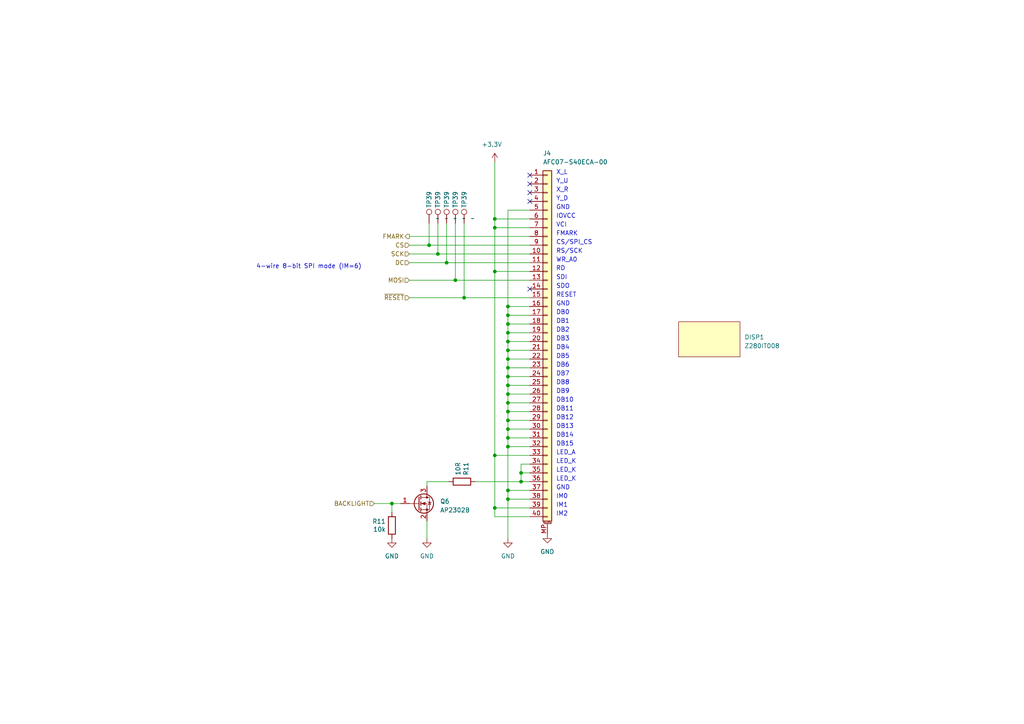
<source format=kicad_sch>
(kicad_sch (version 20230221) (generator eeschema)
  (paper "A4")
  (lib_symbols
    (symbol "Connector:TestPoint" (pin_numbers hide) (pin_names (offset 0.762) hide)
      (property "Reference" "TP" (at 0 6.858 0))
      (property "Value" "TestPoint" (at 0 5.08 0))
      (symbol "TestPoint_0_1"
        (circle (center 0 3.302) (radius 0.762))
      )
      (symbol "TestPoint_1_1"
        (pin passive line (at 0 0 90) (length 2.54) (name "1") (number "1"))
      )
    )
    (symbol "Connector_Generic_MountingPin:Conn_01x40_MountingPin" (pin_names (offset 1.016) hide)
      (property "Reference" "J" (at 0 50.8 0))
      (property "Value" "Conn_01x40_MountingPin" (at 1.27 -53.34 0))
      (symbol "Conn_01x40_MountingPin_1_1"
        (rectangle (start -1.27 -50.673) (end 0 -50.927) (stroke (width 0.1524)))
        (rectangle (start -1.27 -48.133) (end 0 -48.387) (stroke (width 0.1524)))
        (rectangle (start -1.27 -45.593) (end 0 -45.847) (stroke (width 0.1524)))
        (rectangle (start -1.27 -43.053) (end 0 -43.307) (stroke (width 0.1524)))
        (rectangle (start -1.27 -40.513) (end 0 -40.767) (stroke (width 0.1524)))
        (rectangle (start -1.27 -37.973) (end 0 -38.227) (stroke (width 0.1524)))
        (rectangle (start -1.27 -35.433) (end 0 -35.687) (stroke (width 0.1524)))
        (rectangle (start -1.27 -32.893) (end 0 -33.147) (stroke (width 0.1524)))
        (rectangle (start -1.27 -30.353) (end 0 -30.607) (stroke (width 0.1524)))
        (rectangle (start -1.27 -27.813) (end 0 -28.067) (stroke (width 0.1524)))
        (rectangle (start -1.27 -25.273) (end 0 -25.527) (stroke (width 0.1524)))
        (rectangle (start -1.27 -22.733) (end 0 -22.987) (stroke (width 0.1524)))
        (rectangle (start -1.27 -20.193) (end 0 -20.447) (stroke (width 0.1524)))
        (rectangle (start -1.27 -17.653) (end 0 -17.907) (stroke (width 0.1524)))
        (rectangle (start -1.27 -15.113) (end 0 -15.367) (stroke (width 0.1524)))
        (rectangle (start -1.27 -12.573) (end 0 -12.827) (stroke (width 0.1524)))
        (rectangle (start -1.27 -10.033) (end 0 -10.287) (stroke (width 0.1524)))
        (rectangle (start -1.27 -7.493) (end 0 -7.747) (stroke (width 0.1524)))
        (rectangle (start -1.27 -4.953) (end 0 -5.207) (stroke (width 0.1524)))
        (rectangle (start -1.27 -2.413) (end 0 -2.667) (stroke (width 0.1524)))
        (rectangle (start -1.27 0.127) (end 0 -0.127) (stroke (width 0.1524)))
        (rectangle (start -1.27 2.667) (end 0 2.413) (stroke (width 0.1524)))
        (rectangle (start -1.27 5.207) (end 0 4.953) (stroke (width 0.1524)))
        (rectangle (start -1.27 7.747) (end 0 7.493) (stroke (width 0.1524)))
        (rectangle (start -1.27 10.287) (end 0 10.033) (stroke (width 0.1524)))
        (rectangle (start -1.27 12.827) (end 0 12.573) (stroke (width 0.1524)))
        (rectangle (start -1.27 15.367) (end 0 15.113) (stroke (width 0.1524)))
        (rectangle (start -1.27 17.907) (end 0 17.653) (stroke (width 0.1524)))
        (rectangle (start -1.27 20.447) (end 0 20.193) (stroke (width 0.1524)))
        (rectangle (start -1.27 22.987) (end 0 22.733) (stroke (width 0.1524)))
        (rectangle (start -1.27 25.527) (end 0 25.273) (stroke (width 0.1524)))
        (rectangle (start -1.27 28.067) (end 0 27.813) (stroke (width 0.1524)))
        (rectangle (start -1.27 30.607) (end 0 30.353) (stroke (width 0.1524)))
        (rectangle (start -1.27 33.147) (end 0 32.893) (stroke (width 0.1524)))
        (rectangle (start -1.27 35.687) (end 0 35.433) (stroke (width 0.1524)))
        (rectangle (start -1.27 38.227) (end 0 37.973) (stroke (width 0.1524)))
        (rectangle (start -1.27 40.767) (end 0 40.513) (stroke (width 0.1524)))
        (rectangle (start -1.27 43.307) (end 0 43.053) (stroke (width 0.1524)))
        (rectangle (start -1.27 45.847) (end 0 45.593) (stroke (width 0.1524)))
        (rectangle (start -1.27 48.387) (end 0 48.133) (stroke (width 0.1524)))
        (rectangle (start -1.27 49.53) (end 1.27 -52.07) (stroke (width 0.254)) (fill (type background)))
        (polyline (pts (xy -1.016 -52.832) (xy 1.016 -52.832)) (stroke (width 0.1524)))
        (text "Mounting" (at 0 -52.451 0) (effects (font (size 0.381 0.381))))
        (pin passive line (at -5.08 48.26 0) (length 3.81) (name "Pin_1") (number "1"))
        (pin passive line (at -5.08 25.4 0) (length 3.81) (name "Pin_10") (number "10"))
        (pin passive line (at -5.08 22.86 0) (length 3.81) (name "Pin_11") (number "11"))
        (pin passive line (at -5.08 20.32 0) (length 3.81) (name "Pin_12") (number "12"))
        (pin passive line (at -5.08 17.78 0) (length 3.81) (name "Pin_13") (number "13"))
        (pin passive line (at -5.08 15.24 0) (length 3.81) (name "Pin_14") (number "14"))
        (pin passive line (at -5.08 12.7 0) (length 3.81) (name "Pin_15") (number "15"))
        (pin passive line (at -5.08 10.16 0) (length 3.81) (name "Pin_16") (number "16"))
        (pin passive line (at -5.08 7.62 0) (length 3.81) (name "Pin_17") (number "17"))
        (pin passive line (at -5.08 5.08 0) (length 3.81) (name "Pin_18") (number "18"))
        (pin passive line (at -5.08 2.54 0) (length 3.81) (name "Pin_19") (number "19"))
        (pin passive line (at -5.08 45.72 0) (length 3.81) (name "Pin_2") (number "2"))
        (pin passive line (at -5.08 0 0) (length 3.81) (name "Pin_20") (number "20"))
        (pin passive line (at -5.08 -2.54 0) (length 3.81) (name "Pin_21") (number "21"))
        (pin passive line (at -5.08 -5.08 0) (length 3.81) (name "Pin_22") (number "22"))
        (pin passive line (at -5.08 -7.62 0) (length 3.81) (name "Pin_23") (number "23"))
        (pin passive line (at -5.08 -10.16 0) (length 3.81) (name "Pin_24") (number "24"))
        (pin passive line (at -5.08 -12.7 0) (length 3.81) (name "Pin_25") (number "25"))
        (pin passive line (at -5.08 -15.24 0) (length 3.81) (name "Pin_26") (number "26"))
        (pin passive line (at -5.08 -17.78 0) (length 3.81) (name "Pin_27") (number "27"))
        (pin passive line (at -5.08 -20.32 0) (length 3.81) (name "Pin_28") (number "28"))
        (pin passive line (at -5.08 -22.86 0) (length 3.81) (name "Pin_29") (number "29"))
        (pin passive line (at -5.08 43.18 0) (length 3.81) (name "Pin_3") (number "3"))
        (pin passive line (at -5.08 -25.4 0) (length 3.81) (name "Pin_30") (number "30"))
        (pin passive line (at -5.08 -27.94 0) (length 3.81) (name "Pin_31") (number "31"))
        (pin passive line (at -5.08 -30.48 0) (length 3.81) (name "Pin_32") (number "32"))
        (pin passive line (at -5.08 -33.02 0) (length 3.81) (name "Pin_33") (number "33"))
        (pin passive line (at -5.08 -35.56 0) (length 3.81) (name "Pin_34") (number "34"))
        (pin passive line (at -5.08 -38.1 0) (length 3.81) (name "Pin_35") (number "35"))
        (pin passive line (at -5.08 -40.64 0) (length 3.81) (name "Pin_36") (number "36"))
        (pin passive line (at -5.08 -43.18 0) (length 3.81) (name "Pin_37") (number "37"))
        (pin passive line (at -5.08 -45.72 0) (length 3.81) (name "Pin_38") (number "38"))
        (pin passive line (at -5.08 -48.26 0) (length 3.81) (name "Pin_39") (number "39"))
        (pin passive line (at -5.08 40.64 0) (length 3.81) (name "Pin_4") (number "4"))
        (pin passive line (at -5.08 -50.8 0) (length 3.81) (name "Pin_40") (number "40"))
        (pin passive line (at -5.08 38.1 0) (length 3.81) (name "Pin_5") (number "5"))
        (pin passive line (at -5.08 35.56 0) (length 3.81) (name "Pin_6") (number "6"))
        (pin passive line (at -5.08 33.02 0) (length 3.81) (name "Pin_7") (number "7"))
        (pin passive line (at -5.08 30.48 0) (length 3.81) (name "Pin_8") (number "8"))
        (pin passive line (at -5.08 27.94 0) (length 3.81) (name "Pin_9") (number "9"))
        (pin passive line (at 0 -55.88 90) (length 3.048) (name "MountPin") (number "MP"))
      )
    )
    (symbol "Device:Q_NMOS_GSD" (pin_names (offset 0) hide)
      (property "Reference" "Q" (at 5.08 1.27 0))
      (property "Value" "Q_NMOS_GSD" (at 5.08 -1.27 0))
      (symbol "Q_NMOS_GSD_0_1"
        (polyline (pts (xy 0.254 0) (xy -2.54 0)))
        (polyline (pts (xy 0.254 1.905) (xy 0.254 -1.905)) (stroke (width 0.254)))
        (polyline (pts (xy 0.762 -1.27) (xy 0.762 -2.286)) (stroke (width 0.254)))
        (polyline (pts (xy 0.762 0.508) (xy 0.762 -0.508)) (stroke (width 0.254)))
        (polyline (pts (xy 0.762 2.286) (xy 0.762 1.27)) (stroke (width 0.254)))
        (polyline (pts (xy 2.54 2.54) (xy 2.54 1.778)))
        (polyline (pts (xy 2.54 -2.54) (xy 2.54 0) (xy 0.762 0)))
        (polyline (pts (xy 0.762 -1.778) (xy 3.302 -1.778) (xy 3.302 1.778) (xy 0.762 1.778)))
        (polyline (pts (xy 1.016 0) (xy 2.032 0.381) (xy 2.032 -0.381) (xy 1.016 0)) (fill (type outline)))
        (polyline (pts (xy 2.794 0.508) (xy 2.921 0.381) (xy 3.683 0.381) (xy 3.81 0.254)))
        (polyline (pts (xy 3.302 0.381) (xy 2.921 -0.254) (xy 3.683 -0.254) (xy 3.302 0.381)))
        (circle (center 1.651 0) (radius 2.794) (stroke (width 0.254)))
        (circle (center 2.54 -1.778) (radius 0.254) (fill (type outline)))
        (circle (center 2.54 1.778) (radius 0.254) (fill (type outline)))
      )
      (symbol "Q_NMOS_GSD_1_1"
        (pin input line (at -5.08 0 0) (length 2.54) (name "G") (number "1"))
        (pin passive line (at 2.54 -5.08 90) (length 2.54) (name "S") (number "2"))
        (pin passive line (at 2.54 5.08 270) (length 2.54) (name "D") (number "3"))
      )
    )
    (symbol "Device:R" (pin_numbers hide) (pin_names (offset 0))
      (property "Reference" "R" (at 2.032 0 90))
      (property "Value" "R" (at 0 0 90))
      (symbol "R_0_1"
        (rectangle (start -1.016 -2.54) (end 1.016 2.54) (stroke (width 0.254)))
      )
      (symbol "R_1_1"
        (pin passive line (at 0 3.81 270) (length 1.27) (name "~") (number "1"))
        (pin passive line (at 0 -3.81 90) (length 1.27) (name "~") (number "2"))
      )
    )
    (symbol "j_Display:Display_dummy" (pin_names (offset 1.016))
      (property "Reference" "U" (at 0 0 0))
      (property "Value" "Display_dummy" (at 0 0 0))
      (symbol "Display_dummy_0_1"
        (rectangle (start -8.89 5.08) (end 8.89 -5.08) (fill (type background)))
      )
    )
    (symbol "power:+3.3V" (power) (pin_names (offset 0))
      (property "Value" "+3.3V" (at 0 3.556 0))
      (symbol "+3.3V_0_1"
        (polyline (pts (xy -0.762 1.27) (xy 0 2.54)))
        (polyline (pts (xy 0 0) (xy 0 2.54)))
        (polyline (pts (xy 0 2.54) (xy 0.762 1.27)))
      )
      (symbol "+3.3V_1_1"
        (pin power_in line (at 0 0 90) (length 0) hide (name "+3.3V") (number "1"))
      )
    )
    (symbol "power:GND" (power) (pin_names (offset 0))
      (property "Value" "GND" (at 0 -3.81 0))
      (symbol "GND_0_1"
        (polyline (pts (xy 0 0) (xy 0 -1.27) (xy 1.27 -1.27) (xy 0 -2.54) (xy -1.27 -1.27) (xy 0 -1.27)))
      )
      (symbol "GND_1_1"
        (pin power_in line (at 0 0 270) (length 0) hide (name "GND") (number "1"))
      )
    )
  )
  (junction (at 134.62 86.36))
  (junction (at 113.665 146.05))
  (junction (at 147.32 124.46))
  (junction (at 147.32 119.38))
  (junction (at 147.32 111.76))
  (junction (at 147.32 104.14))
  (junction (at 151.13 139.7))
  (junction (at 147.32 121.92))
  (junction (at 147.32 88.9))
  (junction (at 147.32 91.44))
  (junction (at 147.32 127))
  (junction (at 147.32 99.06))
  (junction (at 129.54 76.2))
  (junction (at 147.32 116.84))
  (junction (at 147.32 109.22))
  (junction (at 132.08 81.28))
  (junction (at 143.51 147.32))
  (junction (at 147.32 142.24))
  (junction (at 143.51 63.5))
  (junction (at 147.32 106.68))
  (junction (at 124.46 71.12))
  (junction (at 147.32 144.78))
  (junction (at 151.13 137.16))
  (junction (at 147.32 96.52))
  (junction (at 143.51 132.08))
  (junction (at 127 73.66))
  (junction (at 143.51 78.74))
  (junction (at 147.32 129.54))
  (junction (at 147.32 93.98))
  (junction (at 147.32 101.6))
  (junction (at 147.32 114.3))
  (junction (at 143.51 66.04))
  (no_connect (at 153.67 83.82))
  (no_connect (at 153.67 53.34))
  (no_connect (at 153.67 50.8))
  (no_connect (at 153.67 55.88))
  (no_connect (at 153.67 58.42))
  (wire (pts (xy 147.32 114.3) (xy 153.67 114.3)))
  (wire (pts (xy 147.32 116.84) (xy 147.32 119.38)))
  (wire (pts (xy 147.32 99.06) (xy 147.32 101.6)))
  (wire (pts (xy 147.32 127) (xy 153.67 127)))
  (wire (pts (xy 147.32 104.14) (xy 153.67 104.14)))
  (wire (pts (xy 147.32 111.76) (xy 147.32 114.3)))
  (wire (pts (xy 143.51 46.99) (xy 143.51 63.5)))
  (wire (pts (xy 147.32 114.3) (xy 147.32 116.84)))
  (wire (pts (xy 127 73.66) (xy 153.67 73.66)))
  (wire (pts (xy 147.32 93.98) (xy 147.32 96.52)))
  (wire (pts (xy 147.32 106.68) (xy 153.67 106.68)))
  (wire (pts (xy 134.62 64.77) (xy 134.62 86.36)))
  (wire (pts (xy 147.32 101.6) (xy 147.32 104.14)))
  (wire (pts (xy 132.08 81.28) (xy 153.67 81.28)))
  (wire (pts (xy 151.13 137.16) (xy 151.13 139.7)))
  (wire (pts (xy 123.825 151.13) (xy 123.825 156.21)))
  (wire (pts (xy 147.32 60.96) (xy 147.32 88.9)))
  (wire (pts (xy 143.51 66.04) (xy 143.51 63.5)))
  (wire (pts (xy 118.745 86.36) (xy 134.62 86.36)))
  (wire (pts (xy 129.54 64.77) (xy 129.54 76.2)))
  (wire (pts (xy 151.13 139.7) (xy 137.795 139.7)))
  (wire (pts (xy 147.32 109.22) (xy 147.32 111.76)))
  (wire (pts (xy 118.745 76.2) (xy 129.54 76.2)))
  (wire (pts (xy 113.665 146.05) (xy 116.205 146.05)))
  (wire (pts (xy 134.62 86.36) (xy 153.67 86.36)))
  (wire (pts (xy 147.32 96.52) (xy 147.32 99.06)))
  (wire (pts (xy 151.13 139.7) (xy 153.67 139.7)))
  (wire (pts (xy 151.13 134.62) (xy 151.13 137.16)))
  (wire (pts (xy 143.51 78.74) (xy 143.51 66.04)))
  (wire (pts (xy 143.51 147.32) (xy 143.51 132.08)))
  (wire (pts (xy 124.46 64.77) (xy 124.46 71.12)))
  (wire (pts (xy 123.825 139.7) (xy 123.825 140.97)))
  (wire (pts (xy 147.32 93.98) (xy 153.67 93.98)))
  (wire (pts (xy 143.51 147.32) (xy 153.67 147.32)))
  (wire (pts (xy 113.665 146.05) (xy 113.665 148.59)))
  (wire (pts (xy 151.13 137.16) (xy 153.67 137.16)))
  (wire (pts (xy 147.32 101.6) (xy 153.67 101.6)))
  (wire (pts (xy 147.32 104.14) (xy 147.32 106.68)))
  (wire (pts (xy 129.54 76.2) (xy 153.67 76.2)))
  (wire (pts (xy 108.585 146.05) (xy 113.665 146.05)))
  (wire (pts (xy 153.67 132.08) (xy 143.51 132.08)))
  (wire (pts (xy 143.51 132.08) (xy 143.51 78.74)))
  (wire (pts (xy 118.745 73.66) (xy 127 73.66)))
  (wire (pts (xy 132.08 64.77) (xy 132.08 81.28)))
  (wire (pts (xy 147.32 91.44) (xy 147.32 93.98)))
  (wire (pts (xy 147.32 142.24) (xy 153.67 142.24)))
  (wire (pts (xy 118.745 81.28) (xy 132.08 81.28)))
  (wire (pts (xy 153.67 134.62) (xy 151.13 134.62)))
  (wire (pts (xy 147.32 142.24) (xy 147.32 144.78)))
  (wire (pts (xy 147.32 129.54) (xy 147.32 142.24)))
  (wire (pts (xy 124.46 71.12) (xy 153.67 71.12)))
  (wire (pts (xy 147.32 129.54) (xy 153.67 129.54)))
  (wire (pts (xy 147.32 99.06) (xy 153.67 99.06)))
  (wire (pts (xy 118.745 68.58) (xy 153.67 68.58)))
  (wire (pts (xy 147.32 119.38) (xy 147.32 121.92)))
  (wire (pts (xy 147.32 91.44) (xy 153.67 91.44)))
  (wire (pts (xy 147.32 111.76) (xy 153.67 111.76)))
  (wire (pts (xy 147.32 121.92) (xy 147.32 124.46)))
  (wire (pts (xy 147.32 109.22) (xy 153.67 109.22)))
  (wire (pts (xy 153.67 78.74) (xy 143.51 78.74)))
  (wire (pts (xy 153.67 60.96) (xy 147.32 60.96)))
  (wire (pts (xy 147.32 144.78) (xy 147.32 156.21)))
  (wire (pts (xy 153.67 66.04) (xy 143.51 66.04)))
  (wire (pts (xy 143.51 63.5) (xy 153.67 63.5)))
  (wire (pts (xy 153.67 149.86) (xy 143.51 149.86)))
  (wire (pts (xy 147.32 144.78) (xy 153.67 144.78)))
  (wire (pts (xy 147.32 116.84) (xy 153.67 116.84)))
  (wire (pts (xy 147.32 96.52) (xy 153.67 96.52)))
  (wire (pts (xy 147.32 119.38) (xy 153.67 119.38)))
  (wire (pts (xy 147.32 88.9) (xy 153.67 88.9)))
  (wire (pts (xy 127 64.77) (xy 127 73.66)))
  (wire (pts (xy 147.32 127) (xy 147.32 129.54)))
  (wire (pts (xy 147.32 106.68) (xy 147.32 109.22)))
  (wire (pts (xy 147.32 124.46) (xy 147.32 127)))
  (wire (pts (xy 118.745 71.12) (xy 124.46 71.12)))
  (wire (pts (xy 147.32 124.46) (xy 153.67 124.46)))
  (wire (pts (xy 130.175 139.7) (xy 123.825 139.7)))
  (wire (pts (xy 147.32 121.92) (xy 153.67 121.92)))
  (wire (pts (xy 143.51 149.86) (xy 143.51 147.32)))
  (wire (pts (xy 147.32 88.9) (xy 147.32 91.44)))
  (text "GND" (at 161.29 60.96 0) (effects (font (size 1.27 1.27)) (justify left bottom)))
  (text "RESET" (at 161.29 86.36 0) (effects (font (size 1.27 1.27)) (justify left bottom)))
  (text "LED_A" (at 161.29 132.08 0) (effects (font (size 1.27 1.27)) (justify left bottom)))
  (text "X_R" (at 161.29 55.88 0) (effects (font (size 1.27 1.27)) (justify left bottom)))
  (text "DB12" (at 161.29 121.92 0) (effects (font (size 1.27 1.27)) (justify left bottom)))
  (text "IM1" (at 161.29 147.32 0) (effects (font (size 1.27 1.27)) (justify left bottom)))
  (text "SDO" (at 161.29 83.82 0) (effects (font (size 1.27 1.27)) (justify left bottom)))
  (text "DB2" (at 161.29 96.52 0) (effects (font (size 1.27 1.27)) (justify left bottom)))
  (text "IM0" (at 161.29 144.78 0) (effects (font (size 1.27 1.27)) (justify left bottom)))
  (text "DB14" (at 161.29 127 0) (effects (font (size 1.27 1.27)) (justify left bottom)))
  (text "DB5" (at 161.29 104.14 0) (effects (font (size 1.27 1.27)) (justify left bottom)))
  (text "GND" (at 161.29 142.24 0) (effects (font (size 1.27 1.27)) (justify left bottom)))
  (text "DB7" (at 161.29 109.22 0) (effects (font (size 1.27 1.27)) (justify left bottom)))
  (text "DB6" (at 161.29 106.68 0) (effects (font (size 1.27 1.27)) (justify left bottom)))
  (text "4-wire 8-bit SPI mode (IM=6)\n" (at 74.295 78.105 0) (effects (font (size 1.27 1.27)) (justify left bottom)))
  (text "DB1" (at 161.29 93.98 0) (effects (font (size 1.27 1.27)) (justify left bottom)))
  (text "LED_K" (at 161.29 139.7 0) (effects (font (size 1.27 1.27)) (justify left bottom)))
  (text "DB11" (at 161.29 119.38 0) (effects (font (size 1.27 1.27)) (justify left bottom)))
  (text "SDI" (at 161.29 81.28 0) (effects (font (size 1.27 1.27)) (justify left bottom)))
  (text "GND" (at 161.29 88.9 0) (effects (font (size 1.27 1.27)) (justify left bottom)))
  (text "DB15" (at 161.29 129.54 0) (effects (font (size 1.27 1.27)) (justify left bottom)))
  (text "DB8" (at 161.29 111.76 0) (effects (font (size 1.27 1.27)) (justify left bottom)))
  (text "RD" (at 161.2511 78.6778 0) (effects (font (size 1.27 1.27)) (justify left bottom)))
  (text "DB3" (at 161.29 99.06 0) (effects (font (size 1.27 1.27)) (justify left bottom)))
  (text "DB9" (at 161.29 114.3 0) (effects (font (size 1.27 1.27)) (justify left bottom)))
  (text "DB0" (at 161.29 91.44 0) (effects (font (size 1.27 1.27)) (justify left bottom)))
  (text "IOVCC" (at 161.29 63.5 0) (effects (font (size 1.27 1.27)) (justify left bottom)))
  (text "CS/SPI_CS" (at 161.29 71.12 0) (effects (font (size 1.27 1.27)) (justify left bottom)))
  (text "VCI" (at 161.29 66.04 0) (effects (font (size 1.27 1.27)) (justify left bottom)))
  (text "DB10" (at 161.29 116.84 0) (effects (font (size 1.27 1.27)) (justify left bottom)))
  (text "FMARK" (at 161.29 68.58 0) (effects (font (size 1.27 1.27)) (justify left bottom)))
  (text "Y_U" (at 161.29 53.34 0) (effects (font (size 1.27 1.27)) (justify left bottom)))
  (text "WR_A0" (at 161.29 76.2 0) (effects (font (size 1.27 1.27)) (justify left bottom)))
  (text "RS/SCK" (at 161.29 73.66 0) (effects (font (size 1.27 1.27)) (justify left bottom)))
  (text "DB4" (at 161.29 101.6 0) (effects (font (size 1.27 1.27)) (justify left bottom)))
  (text "IM2" (at 161.29 149.86 0) (effects (font (size 1.27 1.27)) (justify left bottom)))
  (text "LED_K" (at 161.29 137.16 0) (effects (font (size 1.27 1.27)) (justify left bottom)))
  (text "Y_D" (at 161.29 58.42 0) (effects (font (size 1.27 1.27)) (justify left bottom)))
  (text "X_L" (at 161.29 50.8 0) (effects (font (size 1.27 1.27)) (justify left bottom)))
  (text "LED_K" (at 161.29 134.62 0) (effects (font (size 1.27 1.27)) (justify left bottom)))
  (text "DB13" (at 161.29 124.46 0) (effects (font (size 1.27 1.27)) (justify left bottom)))
  (hierarchical_label "BACKLIGHT" (shape input) (at 108.585 146.05 180))
  (hierarchical_label "FMARK" (shape output) (at 118.745 68.58 180))
  (hierarchical_label "SCK" (shape input) (at 118.745 73.66 180))
  (hierarchical_label "DC" (shape input) (at 118.745 76.2 180))
  (hierarchical_label "CS" (shape input) (at 118.745 71.12 180))
  (hierarchical_label "MOSI" (shape input) (at 118.745 81.28 180))
  (hierarchical_label "~{RESET}" (shape input) (at 118.745 86.36 180))
  (symbol (lib_id "power:GND") (at 147.32 156.21 0) (unit 1)
    (property "Reference" "#PWR043" (effects hide))
    (property "Value" "GND" (at 147.32 161.29 0))
  )
  (symbol (lib_id "Device:R") (at 113.665 152.4 0) (mirror y) (unit 1)
    (property "Reference" "R11" (at 111.887 151.2316 0) (effects (justify left)))
    (property "Value" "10k" (at 111.887 153.543 0) (effects (justify left)))
    (property "Footprint" "Resistor_SMD:R_0402_1005Metric" (effects hide))
    (instances (project "tr23-badge-r2" (path "" (reference "R11") (unit 1)) (path "" (reference "R20") (unit 1))))
  )
  (symbol (lib_id "Device:Q_NMOS_GSD") (at 121.285 146.05 0) (unit 1)
    (property "Reference" "Q6" (at 127.635 145.415 0) (effects (justify left)))
    (property "Value" "AP2302B" (at 127.635 147.955 0) (effects (justify left)))
    (property "Footprint" "Package_TO_SOT_SMD:SOT-23" (effects hide))
    (property "MPN" "AP2302B" (effects hide))
    (property "LCSC" "C5224180" (effects hide))
  )
  (symbol (lib_id "Connector:TestPoint") (at 132.08 64.77 0) (unit 1) (in_bom no)
    (property "Reference" "TP39" (at 132.08 60.325 90) (effects (justify left)))
    (property "Value" "~" (at 133.985 63.373 0) (effects (justify left)))
    (property "Footprint" "TestPoint:TestPoint_Pad_D1.0mm" (effects hide))
    (instances (project "tr23-badge-r2" (path "" (reference "TP39") (unit 1)) (path "" (reference "TP43") (unit 1))))
  )
  (symbol (lib_id "power:GND") (at 113.665 156.21 0) (unit 1)
    (property "Reference" "#PWR040" (effects hide))
    (property "Value" "GND" (at 113.665 161.29 0))
  )
  (symbol (lib_id "Connector:TestPoint") (at 124.46 64.77 0) (unit 1) (in_bom no)
    (property "Reference" "TP39" (at 124.46 60.325 90) (effects (justify left)))
    (property "Value" "~" (at 126.365 63.373 0) (effects (justify left)))
    (property "Footprint" "TestPoint:TestPoint_Pad_D1.0mm" (effects hide))
    (instances (project "tr23-badge-r2" (path "" (reference "TP39") (unit 1)) (path "" (reference "TP40") (unit 1))))
  )
  (symbol (lib_id "Connector:TestPoint") (at 127 64.77 0) (unit 1) (in_bom no)
    (property "Reference" "TP39" (at 127 60.325 90) (effects (justify left)))
    (property "Value" "~" (at 128.905 63.373 0) (effects (justify left)))
    (property "Footprint" "TestPoint:TestPoint_Pad_D1.0mm" (effects hide))
    (instances (project "tr23-badge-r2" (path "" (reference "TP39") (unit 1)) (path "" (reference "TP41") (unit 1))))
  )
  (symbol (lib_id "power:+3.3V") (at 143.51 46.99 0) (unit 1)
    (property "Reference" "#PWR022" (effects hide))
    (property "Value" "+3.3V" (at 139.7 41.91 0) (effects (justify left)))
    (instances (project "tr23-badge-r2" (path "" (reference "#PWR022") (unit 1)) (path "" (reference "#PWR042") (unit 1))))
  )
  (symbol (lib_id "power:GND") (at 123.825 156.21 0) (unit 1)
    (property "Reference" "#PWR041" (effects hide))
    (property "Value" "GND" (at 123.825 161.29 0))
  )
  (symbol (lib_id "Connector:TestPoint") (at 134.62 64.77 0) (unit 1) (in_bom no)
    (property "Reference" "TP39" (at 134.62 60.325 90) (effects (justify left)))
    (property "Value" "~" (at 136.525 63.373 0) (effects (justify left)))
    (property "Footprint" "TestPoint:TestPoint_Pad_D1.0mm" (effects hide))
    (instances (project "tr23-badge-r2" (path "" (reference "TP39") (unit 1)) (path "" (reference "TP44") (unit 1))))
  )
  (symbol (lib_id "Connector_Generic_MountingPin:Conn_01x40_MountingPin") (at 158.75 99.06 0) (unit 1)
    (property "Reference" "J4" (at 157.48 44.45 0) (effects (justify left)))
    (property "Value" "AFC07-S40ECA-00" (at 157.48 46.99 0) (effects (justify left)))
    (property "Footprint" "jeffmakes-footprints:AFC07x40-1MP_P0.5mm_Horizontal_reverse_pinout" (effects hide))
    (property "MPN" "AFC07-S40ECA-00" (effects hide))
    (property "LCSC" "C262648" (effects hide))
    (property "Manufacturer" "Jushuo" (effects hide))
  )
  (symbol (lib_id "j_Display:Display_dummy") (at 205.74 98.425 0) (unit 1) (in_bom no)
    (property "Reference" "DISP1" (at 215.9 97.79 0) (effects (justify left)))
    (property "Value" "Z280IT008" (at 215.9 100.33 0) (effects (justify left)))
    (property "Footprint" "jeffmakes-footprints:Z280IT009" (effects hide))
  )
  (symbol (lib_id "power:GND") (at 158.75 154.94 0) (unit 1)
    (property "Reference" "#PWR044" (effects hide))
    (property "Value" "GND" (at 158.75 160.02 0))
  )
  (symbol (lib_id "Connector:TestPoint") (at 129.54 64.77 0) (unit 1) (in_bom no)
    (property "Reference" "TP39" (at 129.54 60.325 90) (effects (justify left)))
    (property "Value" "~" (at 131.445 63.373 0) (effects (justify left)))
    (property "Footprint" "TestPoint:TestPoint_Pad_D1.0mm" (effects hide))
    (instances (project "tr23-badge-r2" (path "" (reference "TP39") (unit 1)) (path "" (reference "TP42") (unit 1))))
  )
  (symbol (lib_id "Device:R") (at 133.985 139.7 270) (mirror x) (unit 1)
    (property "Reference" "R11" (at 135.1534 137.922 0) (effects (justify left)))
    (property "Value" "10R" (at 132.842 137.922 0) (effects (justify left)))
    (property "Footprint" "Resistor_SMD:R_0402_1005Metric" (effects hide))
    (instances (project "tr23-badge-r2" (path "" (reference "R11") (unit 1)) (path "" (reference "R32") (unit 1))))
  )
)
</source>
